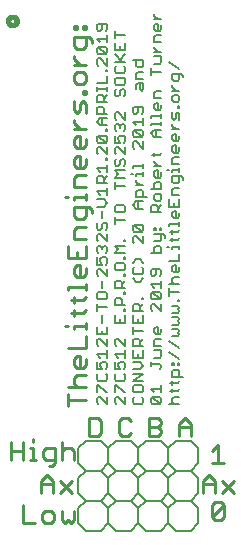
<source format=gbr>
G04 EAGLE Gerber RS-274X export*
G75*
%MOMM*%
%FSLAX34Y34*%
%LPD*%
%INSilkscreen Top*%
%IPPOS*%
%AMOC8*
5,1,8,0,0,1.08239X$1,22.5*%
G01*
%ADD10C,0.406400*%
%ADD11C,0.254000*%
%ADD12C,0.152400*%
%ADD13C,0.203200*%


D10*
X-11212Y431800D02*
X-11210Y431919D01*
X-11204Y432039D01*
X-11194Y432158D01*
X-11180Y432276D01*
X-11162Y432394D01*
X-11141Y432512D01*
X-11115Y432628D01*
X-11086Y432744D01*
X-11052Y432859D01*
X-11015Y432972D01*
X-10974Y433084D01*
X-10930Y433195D01*
X-10882Y433305D01*
X-10830Y433412D01*
X-10775Y433518D01*
X-10716Y433622D01*
X-10653Y433724D01*
X-10588Y433823D01*
X-10519Y433921D01*
X-10447Y434016D01*
X-10372Y434109D01*
X-10293Y434199D01*
X-10212Y434287D01*
X-10128Y434371D01*
X-10041Y434453D01*
X-9952Y434532D01*
X-9860Y434608D01*
X-9765Y434681D01*
X-9668Y434751D01*
X-9569Y434817D01*
X-9467Y434880D01*
X-9364Y434940D01*
X-9259Y434996D01*
X-9152Y435049D01*
X-9043Y435098D01*
X-8932Y435144D01*
X-8820Y435185D01*
X-8707Y435223D01*
X-8593Y435258D01*
X-8477Y435288D01*
X-8361Y435315D01*
X-8244Y435337D01*
X-8126Y435356D01*
X-8007Y435371D01*
X-7888Y435382D01*
X-7769Y435389D01*
X-7650Y435392D01*
X-7530Y435391D01*
X-7411Y435386D01*
X-7292Y435377D01*
X-7173Y435364D01*
X-7055Y435347D01*
X-6938Y435327D01*
X-6821Y435302D01*
X-6705Y435273D01*
X-6590Y435241D01*
X-6476Y435205D01*
X-6363Y435165D01*
X-6252Y435121D01*
X-6143Y435074D01*
X-6035Y435023D01*
X-5928Y434969D01*
X-5824Y434911D01*
X-5722Y434849D01*
X-5621Y434785D01*
X-5523Y434716D01*
X-5427Y434645D01*
X-5334Y434571D01*
X-5243Y434493D01*
X-5155Y434413D01*
X-5070Y434329D01*
X-4987Y434243D01*
X-4907Y434154D01*
X-4830Y434063D01*
X-4757Y433969D01*
X-4686Y433872D01*
X-4619Y433774D01*
X-4555Y433673D01*
X-4494Y433570D01*
X-4437Y433465D01*
X-4384Y433359D01*
X-4334Y433250D01*
X-4287Y433140D01*
X-4245Y433029D01*
X-4206Y432916D01*
X-4170Y432802D01*
X-4139Y432686D01*
X-4112Y432570D01*
X-4088Y432453D01*
X-4068Y432335D01*
X-4052Y432217D01*
X-4040Y432098D01*
X-4032Y431979D01*
X-4028Y431860D01*
X-4028Y431740D01*
X-4032Y431621D01*
X-4040Y431502D01*
X-4052Y431383D01*
X-4068Y431265D01*
X-4088Y431147D01*
X-4112Y431030D01*
X-4139Y430914D01*
X-4170Y430798D01*
X-4206Y430684D01*
X-4245Y430571D01*
X-4287Y430460D01*
X-4334Y430350D01*
X-4384Y430241D01*
X-4437Y430135D01*
X-4494Y430030D01*
X-4555Y429927D01*
X-4619Y429826D01*
X-4686Y429728D01*
X-4757Y429631D01*
X-4830Y429537D01*
X-4907Y429446D01*
X-4987Y429357D01*
X-5070Y429271D01*
X-5155Y429187D01*
X-5243Y429107D01*
X-5334Y429029D01*
X-5427Y428955D01*
X-5523Y428884D01*
X-5621Y428815D01*
X-5722Y428751D01*
X-5824Y428689D01*
X-5928Y428631D01*
X-6035Y428577D01*
X-6143Y428526D01*
X-6252Y428479D01*
X-6363Y428435D01*
X-6476Y428395D01*
X-6590Y428359D01*
X-6705Y428327D01*
X-6821Y428298D01*
X-6938Y428273D01*
X-7055Y428253D01*
X-7173Y428236D01*
X-7292Y428223D01*
X-7411Y428214D01*
X-7530Y428209D01*
X-7650Y428208D01*
X-7769Y428211D01*
X-7888Y428218D01*
X-8007Y428229D01*
X-8126Y428244D01*
X-8244Y428263D01*
X-8361Y428285D01*
X-8477Y428312D01*
X-8593Y428342D01*
X-8707Y428377D01*
X-8820Y428415D01*
X-8932Y428456D01*
X-9043Y428502D01*
X-9152Y428551D01*
X-9259Y428604D01*
X-9364Y428660D01*
X-9467Y428720D01*
X-9569Y428783D01*
X-9668Y428849D01*
X-9765Y428919D01*
X-9860Y428992D01*
X-9952Y429068D01*
X-10041Y429147D01*
X-10128Y429229D01*
X-10212Y429313D01*
X-10293Y429401D01*
X-10372Y429491D01*
X-10447Y429584D01*
X-10519Y429679D01*
X-10588Y429777D01*
X-10653Y429876D01*
X-10716Y429978D01*
X-10775Y430082D01*
X-10830Y430188D01*
X-10882Y430295D01*
X-10930Y430405D01*
X-10974Y430516D01*
X-11015Y430628D01*
X-11052Y430741D01*
X-11086Y430856D01*
X-11115Y430972D01*
X-11141Y431088D01*
X-11162Y431206D01*
X-11180Y431324D01*
X-11194Y431442D01*
X-11204Y431561D01*
X-11210Y431681D01*
X-11212Y431800D01*
D11*
X57150Y95263D02*
X57150Y80010D01*
X64777Y80010D01*
X67319Y82552D01*
X67319Y92721D01*
X64777Y95263D01*
X57150Y95263D01*
X90177Y95263D02*
X92719Y92721D01*
X90177Y95263D02*
X85092Y95263D01*
X82550Y92721D01*
X82550Y82552D01*
X85092Y80010D01*
X90177Y80010D01*
X92719Y82552D01*
X107950Y80010D02*
X107950Y95263D01*
X115577Y95263D01*
X118119Y92721D01*
X118119Y90179D01*
X115577Y87637D01*
X118119Y85094D01*
X118119Y82552D01*
X115577Y80010D01*
X107950Y80010D01*
X107950Y87637D02*
X115577Y87637D01*
X133350Y90179D02*
X133350Y80010D01*
X133350Y90179D02*
X138434Y95263D01*
X143519Y90179D01*
X143519Y80010D01*
X143519Y87637D02*
X133350Y87637D01*
X54610Y110494D02*
X39357Y110494D01*
X39357Y105410D02*
X39357Y115579D01*
X39357Y121782D02*
X54610Y121782D01*
X46984Y121782D02*
X44441Y124324D01*
X44441Y129408D01*
X46984Y131950D01*
X54610Y131950D01*
X54610Y140695D02*
X54610Y145780D01*
X54610Y140695D02*
X52068Y138153D01*
X46984Y138153D01*
X44441Y140695D01*
X44441Y145780D01*
X46984Y148322D01*
X49526Y148322D01*
X49526Y138153D01*
X54610Y154525D02*
X39357Y154525D01*
X54610Y154525D02*
X54610Y164693D01*
X44441Y170896D02*
X44441Y173438D01*
X54610Y173438D01*
X54610Y170896D02*
X54610Y175981D01*
X39357Y173438D02*
X36815Y173438D01*
X41899Y184353D02*
X52068Y184353D01*
X54610Y186895D01*
X44441Y186895D02*
X44441Y181811D01*
X41899Y195267D02*
X52068Y195267D01*
X54610Y197809D01*
X44441Y197809D02*
X44441Y192725D01*
X39357Y203639D02*
X39357Y206182D01*
X54610Y206182D01*
X54610Y208724D02*
X54610Y203639D01*
X54610Y217096D02*
X54610Y222180D01*
X54610Y217096D02*
X52068Y214554D01*
X46984Y214554D01*
X44441Y217096D01*
X44441Y222180D01*
X46984Y224722D01*
X49526Y224722D01*
X49526Y214554D01*
X39357Y230925D02*
X39357Y241094D01*
X39357Y230925D02*
X54610Y230925D01*
X54610Y241094D01*
X46984Y236010D02*
X46984Y230925D01*
X44441Y247297D02*
X54610Y247297D01*
X44441Y247297D02*
X44441Y254923D01*
X46984Y257466D01*
X54610Y257466D01*
X59694Y268753D02*
X59694Y271295D01*
X57152Y273837D01*
X44441Y273837D01*
X44441Y266211D01*
X46984Y263668D01*
X52068Y263668D01*
X54610Y266211D01*
X54610Y273837D01*
X44441Y280040D02*
X44441Y282582D01*
X54610Y282582D01*
X54610Y280040D02*
X54610Y285124D01*
X39357Y282582D02*
X36815Y282582D01*
X44441Y290954D02*
X54610Y290954D01*
X44441Y290954D02*
X44441Y298581D01*
X46984Y301123D01*
X54610Y301123D01*
X54610Y309868D02*
X54610Y314952D01*
X54610Y309868D02*
X52068Y307326D01*
X46984Y307326D01*
X44441Y309868D01*
X44441Y314952D01*
X46984Y317495D01*
X49526Y317495D01*
X49526Y307326D01*
X54610Y326240D02*
X54610Y331324D01*
X54610Y326240D02*
X52068Y323698D01*
X46984Y323698D01*
X44441Y326240D01*
X44441Y331324D01*
X46984Y333866D01*
X49526Y333866D01*
X49526Y323698D01*
X54610Y340069D02*
X44441Y340069D01*
X44441Y345153D02*
X49526Y340069D01*
X44441Y345153D02*
X44441Y347696D01*
X54610Y353712D02*
X54610Y361339D01*
X52068Y363881D01*
X49526Y361339D01*
X49526Y356254D01*
X46984Y353712D01*
X44441Y356254D01*
X44441Y363881D01*
X52068Y370084D02*
X54610Y370084D01*
X52068Y370084D02*
X52068Y372626D01*
X54610Y372626D01*
X54610Y370084D01*
X54610Y380812D02*
X54610Y385896D01*
X52068Y388438D01*
X46984Y388438D01*
X44441Y385896D01*
X44441Y380812D01*
X46984Y378269D01*
X52068Y378269D01*
X54610Y380812D01*
X54610Y394641D02*
X44441Y394641D01*
X44441Y399725D02*
X49526Y394641D01*
X44441Y399725D02*
X44441Y402267D01*
X59694Y413368D02*
X59694Y415910D01*
X57152Y418453D01*
X44441Y418453D01*
X44441Y410826D01*
X46984Y408284D01*
X52068Y408284D01*
X54610Y410826D01*
X54610Y418453D01*
X44441Y424655D02*
X44441Y427198D01*
X46984Y427198D01*
X46984Y424655D01*
X44441Y424655D01*
X52068Y424655D02*
X52068Y427198D01*
X54610Y427198D01*
X54610Y424655D01*
X52068Y424655D01*
D12*
X72898Y113543D02*
X72898Y107442D01*
X66797Y113543D01*
X65272Y113543D01*
X63746Y112018D01*
X63746Y108967D01*
X65272Y107442D01*
X63746Y117265D02*
X63746Y123366D01*
X65272Y123366D01*
X71373Y117265D01*
X72898Y117265D01*
X63746Y131664D02*
X65272Y133189D01*
X63746Y131664D02*
X63746Y128613D01*
X65272Y127088D01*
X71373Y127088D01*
X72898Y128613D01*
X72898Y131664D01*
X71373Y133189D01*
X63746Y136911D02*
X63746Y143012D01*
X63746Y136911D02*
X68322Y136911D01*
X66797Y139961D01*
X66797Y141487D01*
X68322Y143012D01*
X71373Y143012D01*
X72898Y141487D01*
X72898Y138436D01*
X71373Y136911D01*
X66797Y146734D02*
X63746Y149784D01*
X72898Y149784D01*
X72898Y146734D02*
X72898Y152835D01*
X72898Y156557D02*
X72898Y162658D01*
X72898Y156557D02*
X66797Y162658D01*
X65272Y162658D01*
X63746Y161133D01*
X63746Y158082D01*
X65272Y156557D01*
X63746Y166380D02*
X63746Y172481D01*
X63746Y166380D02*
X72898Y166380D01*
X72898Y172481D01*
X68322Y169430D02*
X68322Y166380D01*
X68322Y176203D02*
X68322Y182304D01*
X72898Y189076D02*
X63746Y189076D01*
X63746Y186026D02*
X63746Y192127D01*
X63746Y197374D02*
X63746Y200424D01*
X63746Y197374D02*
X65272Y195848D01*
X71373Y195848D01*
X72898Y197374D01*
X72898Y200424D01*
X71373Y201950D01*
X65272Y201950D01*
X63746Y200424D01*
X68322Y205671D02*
X68322Y211773D01*
X72898Y215494D02*
X72898Y221596D01*
X66797Y221596D02*
X72898Y215494D01*
X66797Y221596D02*
X65272Y221596D01*
X63746Y220070D01*
X63746Y217020D01*
X65272Y215494D01*
X63746Y225317D02*
X63746Y231418D01*
X63746Y225317D02*
X68322Y225317D01*
X66797Y228368D01*
X66797Y229893D01*
X68322Y231418D01*
X71373Y231418D01*
X72898Y229893D01*
X72898Y226843D01*
X71373Y225317D01*
X65272Y235140D02*
X63746Y236665D01*
X63746Y239716D01*
X65272Y241241D01*
X66797Y241241D01*
X68322Y239716D01*
X68322Y238191D01*
X68322Y239716D02*
X69847Y241241D01*
X71373Y241241D01*
X72898Y239716D01*
X72898Y236665D01*
X71373Y235140D01*
X72898Y244963D02*
X72898Y251064D01*
X72898Y244963D02*
X66797Y251064D01*
X65272Y251064D01*
X63746Y249539D01*
X63746Y246488D01*
X65272Y244963D01*
X63746Y259362D02*
X65272Y260887D01*
X63746Y259362D02*
X63746Y256311D01*
X65272Y254786D01*
X66797Y254786D01*
X68322Y256311D01*
X68322Y259362D01*
X69847Y260887D01*
X71373Y260887D01*
X72898Y259362D01*
X72898Y256311D01*
X71373Y254786D01*
X68322Y264609D02*
X68322Y270710D01*
X69847Y274432D02*
X63746Y274432D01*
X69847Y274432D02*
X72898Y277483D01*
X69847Y280533D01*
X63746Y280533D01*
X66797Y284255D02*
X63746Y287305D01*
X72898Y287305D01*
X72898Y284255D02*
X72898Y290356D01*
X72898Y294078D02*
X63746Y294078D01*
X63746Y298654D01*
X65272Y300179D01*
X68322Y300179D01*
X69847Y298654D01*
X69847Y294078D01*
X69847Y297128D02*
X72898Y300179D01*
X66797Y303901D02*
X63746Y306951D01*
X72898Y306951D01*
X72898Y303901D02*
X72898Y310002D01*
X72898Y313724D02*
X71373Y313724D01*
X71373Y315249D01*
X72898Y315249D01*
X72898Y313724D01*
X72898Y318635D02*
X72898Y324736D01*
X72898Y318635D02*
X66797Y324736D01*
X65272Y324736D01*
X63746Y323211D01*
X63746Y320160D01*
X65272Y318635D01*
X65272Y328458D02*
X71373Y328458D01*
X65272Y328458D02*
X63746Y329983D01*
X63746Y333034D01*
X65272Y334559D01*
X71373Y334559D01*
X72898Y333034D01*
X72898Y329983D01*
X71373Y328458D01*
X65272Y334559D01*
X71373Y338281D02*
X72898Y338281D01*
X71373Y338281D02*
X71373Y339806D01*
X72898Y339806D01*
X72898Y338281D01*
X72898Y343193D02*
X66797Y343193D01*
X63746Y346243D01*
X66797Y349294D01*
X72898Y349294D01*
X68322Y349294D02*
X68322Y343193D01*
X72898Y353015D02*
X63746Y353015D01*
X63746Y357591D01*
X65272Y359117D01*
X68322Y359117D01*
X69847Y357591D01*
X69847Y353015D01*
X72898Y362838D02*
X63746Y362838D01*
X63746Y367414D01*
X65272Y368940D01*
X68322Y368940D01*
X69847Y367414D01*
X69847Y362838D01*
X69847Y365889D02*
X72898Y368940D01*
X72898Y372661D02*
X72898Y375712D01*
X72898Y374187D02*
X63746Y374187D01*
X63746Y375712D02*
X63746Y372661D01*
X63746Y379210D02*
X72898Y379210D01*
X72898Y385311D01*
X72898Y389033D02*
X71373Y389033D01*
X71373Y390558D01*
X72898Y390558D01*
X72898Y389033D01*
X72898Y393944D02*
X72898Y400046D01*
X66797Y400046D02*
X72898Y393944D01*
X66797Y400046D02*
X65272Y400046D01*
X63746Y398520D01*
X63746Y395470D01*
X65272Y393944D01*
X65272Y403767D02*
X71373Y403767D01*
X65272Y403767D02*
X63746Y405293D01*
X63746Y408343D01*
X65272Y409868D01*
X71373Y409868D01*
X72898Y408343D01*
X72898Y405293D01*
X71373Y403767D01*
X65272Y409868D01*
X66797Y413590D02*
X63746Y416641D01*
X72898Y416641D01*
X72898Y419691D02*
X72898Y413590D01*
X71373Y423413D02*
X72898Y424938D01*
X72898Y427989D01*
X71373Y429514D01*
X65272Y429514D01*
X63746Y427989D01*
X63746Y424938D01*
X65272Y423413D01*
X66797Y423413D01*
X68322Y424938D01*
X68322Y429514D01*
X88138Y113543D02*
X88138Y107442D01*
X82037Y113543D01*
X80512Y113543D01*
X78986Y112018D01*
X78986Y108967D01*
X80512Y107442D01*
X78986Y117265D02*
X78986Y123366D01*
X80512Y123366D01*
X86613Y117265D01*
X88138Y117265D01*
X78986Y131664D02*
X80512Y133189D01*
X78986Y131664D02*
X78986Y128613D01*
X80512Y127088D01*
X86613Y127088D01*
X88138Y128613D01*
X88138Y131664D01*
X86613Y133189D01*
X78986Y136911D02*
X78986Y143012D01*
X78986Y136911D02*
X83562Y136911D01*
X82037Y139961D01*
X82037Y141487D01*
X83562Y143012D01*
X86613Y143012D01*
X88138Y141487D01*
X88138Y138436D01*
X86613Y136911D01*
X82037Y146734D02*
X78986Y149784D01*
X88138Y149784D01*
X88138Y146734D02*
X88138Y152835D01*
X88138Y156557D02*
X88138Y162658D01*
X88138Y156557D02*
X82037Y162658D01*
X80512Y162658D01*
X78986Y161133D01*
X78986Y158082D01*
X80512Y156557D01*
X78986Y176203D02*
X78986Y182304D01*
X78986Y176203D02*
X88138Y176203D01*
X88138Y182304D01*
X83562Y179253D02*
X83562Y176203D01*
X86613Y186026D02*
X88138Y186026D01*
X86613Y186026D02*
X86613Y187551D01*
X88138Y187551D01*
X88138Y186026D01*
X88138Y190937D02*
X78986Y190937D01*
X78986Y195513D01*
X80512Y197038D01*
X83562Y197038D01*
X85087Y195513D01*
X85087Y190937D01*
X86613Y200760D02*
X88138Y200760D01*
X86613Y200760D02*
X86613Y202285D01*
X88138Y202285D01*
X88138Y200760D01*
X88138Y205671D02*
X78986Y205671D01*
X78986Y210247D01*
X80512Y211773D01*
X83562Y211773D01*
X85087Y210247D01*
X85087Y205671D01*
X85087Y208722D02*
X88138Y211773D01*
X88138Y215494D02*
X86613Y215494D01*
X86613Y217020D01*
X88138Y217020D01*
X88138Y215494D01*
X78986Y221931D02*
X78986Y224982D01*
X78986Y221931D02*
X80512Y220406D01*
X86613Y220406D01*
X88138Y221931D01*
X88138Y224982D01*
X86613Y226507D01*
X80512Y226507D01*
X78986Y224982D01*
X86613Y230229D02*
X88138Y230229D01*
X86613Y230229D02*
X86613Y231754D01*
X88138Y231754D01*
X88138Y230229D01*
X88138Y235140D02*
X78986Y235140D01*
X82037Y238191D01*
X78986Y241241D01*
X88138Y241241D01*
X88138Y244963D02*
X86613Y244963D01*
X86613Y246488D01*
X88138Y246488D01*
X88138Y244963D01*
X88138Y262748D02*
X78986Y262748D01*
X78986Y259698D02*
X78986Y265799D01*
X78986Y271046D02*
X78986Y274096D01*
X78986Y271046D02*
X80512Y269520D01*
X86613Y269520D01*
X88138Y271046D01*
X88138Y274096D01*
X86613Y275622D01*
X80512Y275622D01*
X78986Y274096D01*
X78986Y292217D02*
X88138Y292217D01*
X78986Y289166D02*
X78986Y295268D01*
X78986Y298989D02*
X88138Y298989D01*
X82037Y302040D02*
X78986Y298989D01*
X82037Y302040D02*
X78986Y305090D01*
X88138Y305090D01*
X78986Y313388D02*
X80512Y314913D01*
X78986Y313388D02*
X78986Y310338D01*
X80512Y308812D01*
X82037Y308812D01*
X83562Y310338D01*
X83562Y313388D01*
X85087Y314913D01*
X86613Y314913D01*
X88138Y313388D01*
X88138Y310338D01*
X86613Y308812D01*
X88138Y318635D02*
X88138Y324736D01*
X88138Y318635D02*
X82037Y324736D01*
X80512Y324736D01*
X78986Y323211D01*
X78986Y320160D01*
X80512Y318635D01*
X78986Y328458D02*
X78986Y334559D01*
X78986Y328458D02*
X83562Y328458D01*
X82037Y331509D01*
X82037Y333034D01*
X83562Y334559D01*
X86613Y334559D01*
X88138Y333034D01*
X88138Y329983D01*
X86613Y328458D01*
X80512Y338281D02*
X78986Y339806D01*
X78986Y342857D01*
X80512Y344382D01*
X82037Y344382D01*
X83562Y342857D01*
X83562Y341332D01*
X83562Y342857D02*
X85087Y344382D01*
X86613Y344382D01*
X88138Y342857D01*
X88138Y339806D01*
X86613Y338281D01*
X88138Y348104D02*
X88138Y354205D01*
X88138Y348104D02*
X82037Y354205D01*
X80512Y354205D01*
X78986Y352680D01*
X78986Y349629D01*
X80512Y348104D01*
X78986Y372326D02*
X80512Y373851D01*
X78986Y372326D02*
X78986Y369275D01*
X80512Y367750D01*
X82037Y367750D01*
X83562Y369275D01*
X83562Y372326D01*
X85087Y373851D01*
X86613Y373851D01*
X88138Y372326D01*
X88138Y369275D01*
X86613Y367750D01*
X78986Y379098D02*
X78986Y382149D01*
X78986Y379098D02*
X80512Y377573D01*
X86613Y377573D01*
X88138Y379098D01*
X88138Y382149D01*
X86613Y383674D01*
X80512Y383674D01*
X78986Y382149D01*
X78986Y391972D02*
X80512Y393497D01*
X78986Y391972D02*
X78986Y388921D01*
X80512Y387396D01*
X86613Y387396D01*
X88138Y388921D01*
X88138Y391972D01*
X86613Y393497D01*
X88138Y397219D02*
X78986Y397219D01*
X85087Y397219D02*
X78986Y403320D01*
X83562Y398744D02*
X88138Y403320D01*
X78986Y407042D02*
X78986Y413143D01*
X78986Y407042D02*
X88138Y407042D01*
X88138Y413143D01*
X83562Y410092D02*
X83562Y407042D01*
X88138Y419915D02*
X78986Y419915D01*
X78986Y416865D02*
X78986Y422966D01*
X95752Y113543D02*
X94226Y112018D01*
X94226Y108967D01*
X95752Y107442D01*
X101853Y107442D01*
X103378Y108967D01*
X103378Y112018D01*
X101853Y113543D01*
X94226Y118790D02*
X94226Y121841D01*
X94226Y118790D02*
X95752Y117265D01*
X101853Y117265D01*
X103378Y118790D01*
X103378Y121841D01*
X101853Y123366D01*
X95752Y123366D01*
X94226Y121841D01*
X94226Y127088D02*
X103378Y127088D01*
X103378Y133189D02*
X94226Y127088D01*
X94226Y133189D02*
X103378Y133189D01*
X100327Y136911D02*
X94226Y136911D01*
X100327Y136911D02*
X103378Y139961D01*
X100327Y143012D01*
X94226Y143012D01*
X94226Y146734D02*
X94226Y152835D01*
X94226Y146734D02*
X103378Y146734D01*
X103378Y152835D01*
X98802Y149784D02*
X98802Y146734D01*
X103378Y156557D02*
X94226Y156557D01*
X94226Y161133D01*
X95752Y162658D01*
X98802Y162658D01*
X100327Y161133D01*
X100327Y156557D01*
X100327Y159607D02*
X103378Y162658D01*
X103378Y169430D02*
X94226Y169430D01*
X94226Y166380D02*
X94226Y172481D01*
X94226Y176203D02*
X94226Y182304D01*
X94226Y176203D02*
X103378Y176203D01*
X103378Y182304D01*
X98802Y179253D02*
X98802Y176203D01*
X103378Y186026D02*
X94226Y186026D01*
X94226Y190601D01*
X95752Y192127D01*
X98802Y192127D01*
X100327Y190601D01*
X100327Y186026D01*
X100327Y189076D02*
X103378Y192127D01*
X103378Y195848D02*
X101853Y195848D01*
X101853Y197374D01*
X103378Y197374D01*
X103378Y195848D01*
X100327Y210583D02*
X103378Y213633D01*
X100327Y210583D02*
X97277Y210583D01*
X94226Y213633D01*
X94226Y221707D02*
X95752Y223233D01*
X94226Y221707D02*
X94226Y218657D01*
X95752Y217131D01*
X101853Y217131D01*
X103378Y218657D01*
X103378Y221707D01*
X101853Y223233D01*
X103378Y226954D02*
X100327Y230005D01*
X97277Y230005D01*
X94226Y226954D01*
X103378Y243326D02*
X103378Y249427D01*
X103378Y243326D02*
X97277Y249427D01*
X95752Y249427D01*
X94226Y247902D01*
X94226Y244851D01*
X95752Y243326D01*
X95752Y253149D02*
X101853Y253149D01*
X95752Y253149D02*
X94226Y254674D01*
X94226Y257725D01*
X95752Y259250D01*
X101853Y259250D01*
X103378Y257725D01*
X103378Y254674D01*
X101853Y253149D01*
X95752Y259250D01*
X97277Y272795D02*
X103378Y272795D01*
X97277Y272795D02*
X94226Y275845D01*
X97277Y278896D01*
X103378Y278896D01*
X98802Y278896D02*
X98802Y272795D01*
X97277Y282618D02*
X106429Y282618D01*
X97277Y282618D02*
X97277Y287194D01*
X98802Y288719D01*
X101853Y288719D01*
X103378Y287194D01*
X103378Y282618D01*
X103378Y292441D02*
X97277Y292441D01*
X100327Y292441D02*
X97277Y295491D01*
X97277Y297017D01*
X97277Y300626D02*
X97277Y302152D01*
X103378Y302152D01*
X103378Y303677D02*
X103378Y300626D01*
X94226Y302152D02*
X92701Y302152D01*
X94226Y307175D02*
X94226Y308700D01*
X103378Y308700D01*
X103378Y307175D02*
X103378Y310226D01*
X103378Y323547D02*
X103378Y329648D01*
X103378Y323547D02*
X97277Y329648D01*
X95752Y329648D01*
X94226Y328123D01*
X94226Y325072D01*
X95752Y323547D01*
X95752Y333370D02*
X101853Y333370D01*
X95752Y333370D02*
X94226Y334895D01*
X94226Y337945D01*
X95752Y339471D01*
X101853Y339471D01*
X103378Y337945D01*
X103378Y334895D01*
X101853Y333370D01*
X95752Y339471D01*
X97277Y343193D02*
X94226Y346243D01*
X103378Y346243D01*
X103378Y343193D02*
X103378Y349294D01*
X101853Y353015D02*
X103378Y354541D01*
X103378Y357591D01*
X101853Y359117D01*
X95752Y359117D01*
X94226Y357591D01*
X94226Y354541D01*
X95752Y353015D01*
X97277Y353015D01*
X98802Y354541D01*
X98802Y359117D01*
X97277Y374187D02*
X97277Y377237D01*
X98802Y378763D01*
X103378Y378763D01*
X103378Y374187D01*
X101853Y372661D01*
X100327Y374187D01*
X100327Y378763D01*
X103378Y382484D02*
X97277Y382484D01*
X97277Y387060D01*
X98802Y388585D01*
X103378Y388585D01*
X103378Y398408D02*
X94226Y398408D01*
X103378Y398408D02*
X103378Y393832D01*
X101853Y392307D01*
X98802Y392307D01*
X97277Y393832D01*
X97277Y398408D01*
X110992Y107442D02*
X117093Y107442D01*
X110992Y107442D02*
X109466Y108967D01*
X109466Y112018D01*
X110992Y113543D01*
X117093Y113543D01*
X118618Y112018D01*
X118618Y108967D01*
X117093Y107442D01*
X110992Y113543D01*
X112517Y117265D02*
X109466Y120316D01*
X118618Y120316D01*
X118618Y123366D02*
X118618Y117265D01*
X117093Y136911D02*
X118618Y138436D01*
X118618Y139961D01*
X117093Y141487D01*
X109466Y141487D01*
X109466Y143012D02*
X109466Y139961D01*
X112517Y146734D02*
X117093Y146734D01*
X118618Y148259D01*
X118618Y152835D01*
X112517Y152835D01*
X112517Y156557D02*
X118618Y156557D01*
X112517Y156557D02*
X112517Y161133D01*
X114042Y162658D01*
X118618Y162658D01*
X118618Y167905D02*
X118618Y170956D01*
X118618Y167905D02*
X117093Y166380D01*
X114042Y166380D01*
X112517Y167905D01*
X112517Y170956D01*
X114042Y172481D01*
X115567Y172481D01*
X115567Y166380D01*
X118618Y186026D02*
X118618Y192127D01*
X118618Y186026D02*
X112517Y192127D01*
X110992Y192127D01*
X109466Y190601D01*
X109466Y187551D01*
X110992Y186026D01*
X110992Y195848D02*
X117093Y195848D01*
X110992Y195848D02*
X109466Y197374D01*
X109466Y200424D01*
X110992Y201950D01*
X117093Y201950D01*
X118618Y200424D01*
X118618Y197374D01*
X117093Y195848D01*
X110992Y201950D01*
X112517Y205671D02*
X109466Y208722D01*
X118618Y208722D01*
X118618Y205671D02*
X118618Y211773D01*
X117093Y215494D02*
X118618Y217020D01*
X118618Y220070D01*
X117093Y221596D01*
X110992Y221596D01*
X109466Y220070D01*
X109466Y217020D01*
X110992Y215494D01*
X112517Y215494D01*
X114042Y217020D01*
X114042Y221596D01*
X109466Y235140D02*
X118618Y235140D01*
X118618Y239716D01*
X117093Y241241D01*
X114042Y241241D01*
X112517Y239716D01*
X112517Y235140D01*
X112517Y244963D02*
X117093Y244963D01*
X118618Y246488D01*
X118618Y251064D01*
X120143Y251064D02*
X112517Y251064D01*
X120143Y251064D02*
X121669Y249539D01*
X121669Y248014D01*
X112517Y254786D02*
X112517Y256311D01*
X114042Y256311D01*
X114042Y254786D01*
X112517Y254786D01*
X117093Y254786D02*
X117093Y256311D01*
X118618Y256311D01*
X118618Y254786D01*
X117093Y254786D01*
X118618Y269520D02*
X109466Y269520D01*
X109466Y274096D01*
X110992Y275622D01*
X114042Y275622D01*
X115567Y274096D01*
X115567Y269520D01*
X115567Y272571D02*
X118618Y275622D01*
X118618Y280869D02*
X118618Y283919D01*
X117093Y285445D01*
X114042Y285445D01*
X112517Y283919D01*
X112517Y280869D01*
X114042Y279343D01*
X117093Y279343D01*
X118618Y280869D01*
X118618Y289166D02*
X109466Y289166D01*
X118618Y289166D02*
X118618Y293742D01*
X117093Y295268D01*
X114042Y295268D01*
X112517Y293742D01*
X112517Y289166D01*
X118618Y300515D02*
X118618Y303565D01*
X118618Y300515D02*
X117093Y298989D01*
X114042Y298989D01*
X112517Y300515D01*
X112517Y303565D01*
X114042Y305090D01*
X115567Y305090D01*
X115567Y298989D01*
X118618Y308812D02*
X112517Y308812D01*
X115567Y308812D02*
X112517Y311863D01*
X112517Y313388D01*
X110992Y318523D02*
X117093Y318523D01*
X118618Y320049D01*
X112517Y320049D02*
X112517Y316998D01*
X112517Y333370D02*
X118618Y333370D01*
X112517Y333370D02*
X109466Y336420D01*
X112517Y339471D01*
X118618Y339471D01*
X114042Y339471D02*
X114042Y333370D01*
X109466Y343193D02*
X109466Y344718D01*
X118618Y344718D01*
X118618Y343193D02*
X118618Y346243D01*
X109466Y349741D02*
X109466Y351266D01*
X118618Y351266D01*
X118618Y349741D02*
X118618Y352792D01*
X118618Y357815D02*
X118618Y360866D01*
X118618Y357815D02*
X117093Y356290D01*
X114042Y356290D01*
X112517Y357815D01*
X112517Y360866D01*
X114042Y362391D01*
X115567Y362391D01*
X115567Y356290D01*
X118618Y366113D02*
X112517Y366113D01*
X112517Y370689D01*
X114042Y372214D01*
X118618Y372214D01*
X118618Y388809D02*
X109466Y388809D01*
X109466Y385759D02*
X109466Y391860D01*
X112517Y395582D02*
X117093Y395582D01*
X118618Y397107D01*
X118618Y401683D01*
X112517Y401683D01*
X112517Y405404D02*
X118618Y405404D01*
X115567Y405404D02*
X112517Y408455D01*
X112517Y409980D01*
X112517Y413590D02*
X118618Y413590D01*
X112517Y413590D02*
X112517Y418166D01*
X114042Y419691D01*
X118618Y419691D01*
X118618Y424938D02*
X118618Y427989D01*
X118618Y424938D02*
X117093Y423413D01*
X114042Y423413D01*
X112517Y424938D01*
X112517Y427989D01*
X114042Y429514D01*
X115567Y429514D01*
X115567Y423413D01*
X118618Y433236D02*
X112517Y433236D01*
X115567Y433236D02*
X112517Y436287D01*
X112517Y437812D01*
X124706Y107442D02*
X133858Y107442D01*
X129282Y107442D02*
X127757Y108967D01*
X127757Y112018D01*
X129282Y113543D01*
X133858Y113543D01*
X132333Y118790D02*
X126232Y118790D01*
X132333Y118790D02*
X133858Y120316D01*
X127757Y120316D02*
X127757Y117265D01*
X126232Y125339D02*
X132333Y125339D01*
X133858Y126864D01*
X127757Y126864D02*
X127757Y123814D01*
X127757Y130362D02*
X136909Y130362D01*
X127757Y130362D02*
X127757Y134938D01*
X129282Y136463D01*
X132333Y136463D01*
X133858Y134938D01*
X133858Y130362D01*
X127757Y140185D02*
X127757Y141710D01*
X129282Y141710D01*
X129282Y140185D01*
X127757Y140185D01*
X132333Y140185D02*
X132333Y141710D01*
X133858Y141710D01*
X133858Y140185D01*
X132333Y140185D01*
X133858Y145097D02*
X124706Y151198D01*
X124706Y161021D02*
X133858Y154920D01*
X132333Y164742D02*
X127757Y164742D01*
X132333Y164742D02*
X133858Y166268D01*
X132333Y167793D01*
X133858Y169318D01*
X132333Y170844D01*
X127757Y170844D01*
X127757Y174565D02*
X132333Y174565D01*
X133858Y176091D01*
X132333Y177616D01*
X133858Y179141D01*
X132333Y180667D01*
X127757Y180667D01*
X127757Y184388D02*
X132333Y184388D01*
X133858Y185914D01*
X132333Y187439D01*
X133858Y188964D01*
X132333Y190490D01*
X127757Y190490D01*
X132333Y194211D02*
X133858Y194211D01*
X132333Y194211D02*
X132333Y195737D01*
X133858Y195737D01*
X133858Y194211D01*
X133858Y202173D02*
X124706Y202173D01*
X124706Y199123D02*
X124706Y205224D01*
X124706Y208946D02*
X133858Y208946D01*
X129282Y208946D02*
X127757Y210471D01*
X127757Y213522D01*
X129282Y215047D01*
X133858Y215047D01*
X133858Y220294D02*
X133858Y223345D01*
X133858Y220294D02*
X132333Y218769D01*
X129282Y218769D01*
X127757Y220294D01*
X127757Y223345D01*
X129282Y224870D01*
X130807Y224870D01*
X130807Y218769D01*
X133858Y228592D02*
X124706Y228592D01*
X133858Y228592D02*
X133858Y234693D01*
X127757Y238415D02*
X127757Y239940D01*
X133858Y239940D01*
X133858Y238415D02*
X133858Y241465D01*
X124706Y239940D02*
X123181Y239940D01*
X126232Y246488D02*
X132333Y246488D01*
X133858Y248014D01*
X127757Y248014D02*
X127757Y244963D01*
X126232Y253037D02*
X132333Y253037D01*
X133858Y254562D01*
X127757Y254562D02*
X127757Y251512D01*
X124706Y258060D02*
X124706Y259586D01*
X133858Y259586D01*
X133858Y261111D02*
X133858Y258060D01*
X133858Y266134D02*
X133858Y269185D01*
X133858Y266134D02*
X132333Y264609D01*
X129282Y264609D01*
X127757Y266134D01*
X127757Y269185D01*
X129282Y270710D01*
X130807Y270710D01*
X130807Y264609D01*
X124706Y274432D02*
X124706Y280533D01*
X124706Y274432D02*
X133858Y274432D01*
X133858Y280533D01*
X129282Y277483D02*
X129282Y274432D01*
X127757Y284255D02*
X133858Y284255D01*
X127757Y284255D02*
X127757Y288831D01*
X129282Y290356D01*
X133858Y290356D01*
X136909Y297128D02*
X136909Y298654D01*
X135383Y300179D01*
X127757Y300179D01*
X127757Y295603D01*
X129282Y294078D01*
X132333Y294078D01*
X133858Y295603D01*
X133858Y300179D01*
X127757Y303901D02*
X127757Y305426D01*
X133858Y305426D01*
X133858Y303901D02*
X133858Y306951D01*
X124706Y305426D02*
X123181Y305426D01*
X127757Y310449D02*
X133858Y310449D01*
X127757Y310449D02*
X127757Y315025D01*
X129282Y316551D01*
X133858Y316551D01*
X133858Y321798D02*
X133858Y324848D01*
X133858Y321798D02*
X132333Y320272D01*
X129282Y320272D01*
X127757Y321798D01*
X127757Y324848D01*
X129282Y326374D01*
X130807Y326374D01*
X130807Y320272D01*
X133858Y331621D02*
X133858Y334671D01*
X133858Y331621D02*
X132333Y330095D01*
X129282Y330095D01*
X127757Y331621D01*
X127757Y334671D01*
X129282Y336196D01*
X130807Y336196D01*
X130807Y330095D01*
X133858Y339918D02*
X127757Y339918D01*
X130807Y339918D02*
X127757Y342969D01*
X127757Y344494D01*
X133858Y348104D02*
X133858Y352680D01*
X132333Y354205D01*
X130807Y352680D01*
X130807Y349629D01*
X129282Y348104D01*
X127757Y349629D01*
X127757Y354205D01*
X132333Y357927D02*
X133858Y357927D01*
X132333Y357927D02*
X132333Y359452D01*
X133858Y359452D01*
X133858Y357927D01*
X133858Y364364D02*
X133858Y367414D01*
X132333Y368940D01*
X129282Y368940D01*
X127757Y367414D01*
X127757Y364364D01*
X129282Y362838D01*
X132333Y362838D01*
X133858Y364364D01*
X133858Y372661D02*
X127757Y372661D01*
X130807Y372661D02*
X127757Y375712D01*
X127757Y377237D01*
X136909Y383898D02*
X136909Y385423D01*
X135383Y386948D01*
X127757Y386948D01*
X127757Y382372D01*
X129282Y380847D01*
X132333Y380847D01*
X133858Y382372D01*
X133858Y386948D01*
X133858Y390670D02*
X124706Y396771D01*
D11*
X-8890Y74943D02*
X-8890Y59690D01*
X-8890Y67317D02*
X1279Y67317D01*
X1279Y74943D02*
X1279Y59690D01*
X7482Y69859D02*
X10024Y69859D01*
X10024Y59690D01*
X7482Y59690D02*
X12566Y59690D01*
X10024Y74943D02*
X10024Y77485D01*
X23480Y54606D02*
X26022Y54606D01*
X28565Y57148D01*
X28565Y69859D01*
X20938Y69859D01*
X18396Y67317D01*
X18396Y62232D01*
X20938Y59690D01*
X28565Y59690D01*
X34768Y59690D02*
X34768Y74943D01*
X37310Y69859D02*
X34768Y67317D01*
X37310Y69859D02*
X42394Y69859D01*
X44936Y67317D01*
X44936Y59690D01*
X16510Y41919D02*
X16510Y31750D01*
X16510Y41919D02*
X21594Y47003D01*
X26679Y41919D01*
X26679Y31750D01*
X26679Y39377D02*
X16510Y39377D01*
X32882Y41919D02*
X43050Y31750D01*
X32882Y31750D02*
X43050Y41919D01*
X1270Y21603D02*
X1270Y6350D01*
X11439Y6350D01*
X20184Y6350D02*
X25268Y6350D01*
X27810Y8892D01*
X27810Y13977D01*
X25268Y16519D01*
X20184Y16519D01*
X17642Y13977D01*
X17642Y8892D01*
X20184Y6350D01*
X34013Y8892D02*
X34013Y16519D01*
X34013Y8892D02*
X36555Y6350D01*
X39097Y8892D01*
X41640Y6350D01*
X44182Y8892D01*
X44182Y16519D01*
X161290Y67319D02*
X166374Y72403D01*
X166374Y57150D01*
X161290Y57150D02*
X171459Y57150D01*
X153670Y41919D02*
X153670Y31750D01*
X153670Y41919D02*
X158754Y47003D01*
X163839Y41919D01*
X163839Y31750D01*
X163839Y39377D02*
X153670Y39377D01*
X170042Y41919D02*
X180210Y31750D01*
X170042Y31750D02*
X180210Y41919D01*
X161290Y21601D02*
X161290Y11432D01*
X161290Y21601D02*
X163832Y24143D01*
X168917Y24143D01*
X171459Y21601D01*
X171459Y11432D01*
X168917Y8890D01*
X163832Y8890D01*
X161290Y11432D01*
X171459Y21601D01*
D13*
X149860Y19050D02*
X143510Y25400D01*
X149860Y19050D02*
X149860Y6350D01*
X143510Y0D01*
X130810Y0D02*
X124460Y6350D01*
X124460Y19050D01*
X130810Y25400D01*
X149860Y57150D02*
X149860Y69850D01*
X149860Y57150D02*
X143510Y50800D01*
X130810Y50800D02*
X124460Y57150D01*
X143510Y50800D02*
X149860Y44450D01*
X149860Y31750D01*
X143510Y25400D01*
X130810Y25400D02*
X124460Y31750D01*
X124460Y44450D01*
X130810Y50800D01*
X130810Y76200D02*
X143510Y76200D01*
X149860Y69850D01*
X130810Y76200D02*
X124460Y69850D01*
X124460Y57150D01*
X130810Y0D02*
X143510Y0D01*
X143510Y50800D02*
X130810Y50800D01*
X130810Y25400D02*
X143510Y25400D01*
X124460Y19050D02*
X118110Y25400D01*
X124460Y19050D02*
X124460Y6350D01*
X118110Y0D01*
X105410Y0D02*
X99060Y6350D01*
X99060Y19050D01*
X105410Y25400D01*
X124460Y57150D02*
X124460Y69850D01*
X124460Y57150D02*
X118110Y50800D01*
X105410Y50800D02*
X99060Y57150D01*
X118110Y50800D02*
X124460Y44450D01*
X124460Y31750D01*
X118110Y25400D01*
X105410Y25400D02*
X99060Y31750D01*
X99060Y44450D01*
X105410Y50800D01*
X105410Y76200D02*
X118110Y76200D01*
X124460Y69850D01*
X105410Y76200D02*
X99060Y69850D01*
X99060Y57150D01*
X105410Y0D02*
X118110Y0D01*
X118110Y50800D02*
X105410Y50800D01*
X105410Y25400D02*
X118110Y25400D01*
X99060Y19050D02*
X92710Y25400D01*
X99060Y19050D02*
X99060Y6350D01*
X92710Y0D01*
X80010Y0D02*
X73660Y6350D01*
X73660Y19050D01*
X80010Y25400D01*
X99060Y57150D02*
X99060Y69850D01*
X99060Y57150D02*
X92710Y50800D01*
X80010Y50800D02*
X73660Y57150D01*
X92710Y50800D02*
X99060Y44450D01*
X99060Y31750D01*
X92710Y25400D01*
X80010Y25400D02*
X73660Y31750D01*
X73660Y44450D01*
X80010Y50800D01*
X80010Y76200D02*
X92710Y76200D01*
X99060Y69850D01*
X80010Y76200D02*
X73660Y69850D01*
X73660Y57150D01*
X80010Y0D02*
X92710Y0D01*
X92710Y50800D02*
X80010Y50800D01*
X80010Y25400D02*
X92710Y25400D01*
X73660Y19050D02*
X67310Y25400D01*
X73660Y19050D02*
X73660Y6350D01*
X67310Y0D01*
X54610Y0D02*
X48260Y6350D01*
X48260Y19050D01*
X54610Y25400D01*
X73660Y57150D02*
X73660Y69850D01*
X73660Y57150D02*
X67310Y50800D01*
X54610Y50800D02*
X48260Y57150D01*
X67310Y50800D02*
X73660Y44450D01*
X73660Y31750D01*
X67310Y25400D01*
X54610Y25400D02*
X48260Y31750D01*
X48260Y44450D01*
X54610Y50800D01*
X54610Y76200D02*
X67310Y76200D01*
X73660Y69850D01*
X54610Y76200D02*
X48260Y69850D01*
X48260Y57150D01*
X54610Y0D02*
X67310Y0D01*
X67310Y50800D02*
X54610Y50800D01*
X54610Y25400D02*
X67310Y25400D01*
M02*

</source>
